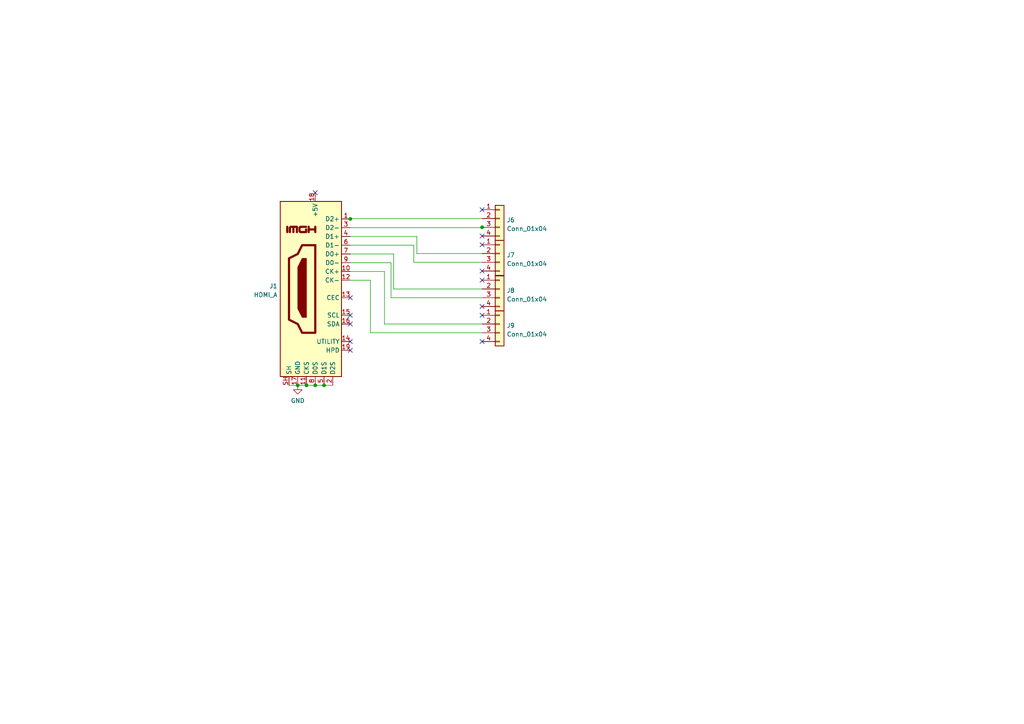
<source format=kicad_sch>
(kicad_sch (version 20211123) (generator eeschema)
  (paper "A4")
  (lib_symbols
    (symbol "Connector:HDMI_A"
      (property "Reference" "J" (at -6.35 26.67 0))
      (property "Value" "HDMI_A" (at 10.16 26.67 0))
      (symbol "HDMI_A_0_0"
        (polyline (pts (xy 8.128 16.51) (xy 8.128 18.034)) (stroke (width 0.635)))
        (polyline (pts (xy 0 16.51) (xy 0 18.034) (xy 0 17.272) (xy 1.905 17.272) (xy 1.905 18.034) (xy 1.905 16.51)) (stroke (width 0.635)))
        (polyline (pts (xy 2.667 18.034) (xy 4.318 18.034) (xy 4.572 17.78) (xy 4.572 16.764) (xy 4.318 16.51) (xy 2.667 16.51) (xy 2.667 17.272)) (stroke (width 0.635)))
      )
      (symbol "HDMI_A_0_1"
        (rectangle (start -7.62 25.4) (end 10.16 -25.4) (stroke (width 0.254)) (fill (type background)))
        (polyline (pts (xy 2.54 8.89) (xy 3.81 8.89) (xy 5.08 6.35) (xy 5.08 -5.715) (xy 3.81 -8.255) (xy 2.54 -8.255) (xy 2.54 8.89)) (fill (type outline)))
        (polyline (pts (xy 5.334 16.51) (xy 5.334 18.034) (xy 6.35 18.034) (xy 6.35 16.51) (xy 6.35 18.034) (xy 7.112 18.034) (xy 7.366 17.78) (xy 7.366 16.51)) (stroke (width 0.635)))
        (polyline (pts (xy 0 12.7) (xy 0 -12.7) (xy 3.81 -12.7) (xy 5.08 -10.16) (xy 7.62 -8.89) (xy 7.62 8.89) (xy 5.08 10.16) (xy 3.81 12.7) (xy 0 12.7)) (stroke (width 0.635)))
      )
      (symbol "HDMI_A_1_1"
        (pin passive line (at -10.16 20.32 0) (length 2.54) (name "D2+") (number "1"))
        (pin passive line (at -10.16 5.08 0) (length 2.54) (name "CK+") (number "10"))
        (pin power_in line (at 2.54 -27.94 90) (length 2.54) (name "CKS") (number "11"))
        (pin passive line (at -10.16 2.54 0) (length 2.54) (name "CK-") (number "12"))
        (pin bidirectional line (at -10.16 -2.54 0) (length 2.54) (name "CEC") (number "13"))
        (pin passive line (at -10.16 -15.24 0) (length 2.54) (name "UTILITY") (number "14"))
        (pin passive line (at -10.16 -7.62 0) (length 2.54) (name "SCL") (number "15"))
        (pin bidirectional line (at -10.16 -10.16 0) (length 2.54) (name "SDA") (number "16"))
        (pin power_in line (at 5.08 -27.94 90) (length 2.54) (name "GND") (number "17"))
        (pin power_in line (at 0 27.94 270) (length 2.54) (name "+5V") (number "18"))
        (pin passive line (at -10.16 -17.78 0) (length 2.54) (name "HPD") (number "19"))
        (pin power_in line (at -5.08 -27.94 90) (length 2.54) (name "D2S") (number "2"))
        (pin passive line (at -10.16 17.78 0) (length 2.54) (name "D2-") (number "3"))
        (pin passive line (at -10.16 15.24 0) (length 2.54) (name "D1+") (number "4"))
        (pin power_in line (at -2.54 -27.94 90) (length 2.54) (name "D1S") (number "5"))
        (pin passive line (at -10.16 12.7 0) (length 2.54) (name "D1-") (number "6"))
        (pin passive line (at -10.16 10.16 0) (length 2.54) (name "D0+") (number "7"))
        (pin power_in line (at 0 -27.94 90) (length 2.54) (name "D0S") (number "8"))
        (pin passive line (at -10.16 7.62 0) (length 2.54) (name "D0-") (number "9"))
        (pin passive line (at 7.62 -27.94 90) (length 2.54) (name "SH") (number "SH"))
      )
    )
    (symbol "Connector_Generic:Conn_01x04" (pin_names (offset 1.016) hide)
      (property "Reference" "J" (at 0 5.08 0))
      (property "Value" "Conn_01x04" (at 0 -7.62 0))
      (symbol "Conn_01x04_1_1"
        (rectangle (start -1.27 -4.953) (end 0 -5.207) (stroke (width 0.1524)))
        (rectangle (start -1.27 -2.413) (end 0 -2.667) (stroke (width 0.1524)))
        (rectangle (start -1.27 0.127) (end 0 -0.127) (stroke (width 0.1524)))
        (rectangle (start -1.27 2.667) (end 0 2.413) (stroke (width 0.1524)))
        (rectangle (start -1.27 3.81) (end 1.27 -6.35) (stroke (width 0.254)) (fill (type background)))
        (pin passive line (at -5.08 2.54 0) (length 3.81) (name "Pin_1") (number "1"))
        (pin passive line (at -5.08 0 0) (length 3.81) (name "Pin_2") (number "2"))
        (pin passive line (at -5.08 -2.54 0) (length 3.81) (name "Pin_3") (number "3"))
        (pin passive line (at -5.08 -5.08 0) (length 3.81) (name "Pin_4") (number "4"))
      )
    )
    (symbol "power:GND" (power) (pin_names (offset 0))
      (property "Value" "GND" (at 0 -3.81 0))
      (symbol "GND_0_1"
        (polyline (pts (xy 0 0) (xy 0 -1.27) (xy 1.27 -1.27) (xy 0 -2.54) (xy -1.27 -1.27) (xy 0 -1.27)))
      )
      (symbol "GND_1_1"
        (pin power_in line (at 0 0 270) (length 0) hide (name "GND") (number "1"))
      )
    )
  )
  (junction (at 101.6 63.5))
  (junction (at 139.827 65.913))
  (junction (at 91.44 111.76))
  (junction (at 88.9 111.76))
  (junction (at 93.98 111.76))
  (junction (at 86.36 111.76))
  (no_connect (at 101.6 101.6))
  (no_connect (at 91.44 55.88))
  (no_connect (at 139.827 81.28))
  (no_connect (at 139.827 78.613))
  (no_connect (at 139.827 70.993))
  (no_connect (at 139.827 68.453))
  (no_connect (at 139.827 60.833))
  (no_connect (at 139.827 99.06))
  (no_connect (at 139.827 91.44))
  (no_connect (at 139.827 88.9))
  (no_connect (at 101.6 93.98))
  (no_connect (at 101.6 86.36))
  (no_connect (at 101.6 91.44))
  (no_connect (at 101.6 99.06))
  (wire (pts (xy 120.015 76.073) (xy 139.827 76.073)))
  (wire (pts (xy 113.411 76.2) (xy 101.6 76.2)))
  (wire (pts (xy 120.904 73.533) (xy 120.904 68.58)))
  (wire (pts (xy 139.827 73.533) (xy 120.904 73.533)))
  (wire (pts (xy 111.506 93.98) (xy 139.827 93.98)))
  (wire (pts (xy 101.6 78.74) (xy 111.506 78.74)))
  (wire (pts (xy 101.6 73.66) (xy 114.173 73.66)))
  (wire (pts (xy 86.36 111.76) (xy 88.9 111.76)))
  (wire (pts (xy 101.6 63.373) (xy 101.6 63.5)))
  (wire (pts (xy 91.44 111.76) (xy 93.98 111.76)))
  (wire (pts (xy 107.442 96.52) (xy 107.442 81.28)))
  (wire (pts (xy 111.506 78.74) (xy 111.506 93.98)))
  (wire (pts (xy 101.6 66.04) (xy 139.827 66.04)))
  (wire (pts (xy 93.98 111.76) (xy 96.52 111.76)))
  (wire (pts (xy 139.827 96.52) (xy 107.442 96.52)))
  (wire (pts (xy 113.411 86.36) (xy 113.411 76.2)))
  (wire (pts (xy 114.173 73.66) (xy 114.173 83.82)))
  (wire (pts (xy 120.015 71.12) (xy 120.015 76.073)))
  (wire (pts (xy 139.827 66.04) (xy 139.827 65.913)))
  (wire (pts (xy 101.6 71.12) (xy 120.015 71.12)))
  (wire (pts (xy 107.442 81.28) (xy 101.6 81.28)))
  (wire (pts (xy 139.827 63.373) (xy 101.6 63.373)))
  (wire (pts (xy 139.827 86.36) (xy 113.411 86.36)))
  (wire (pts (xy 120.904 68.58) (xy 101.6 68.58)))
  (wire (pts (xy 83.82 111.76) (xy 86.36 111.76)))
  (wire (pts (xy 114.173 83.82) (xy 139.827 83.82)))
  (wire (pts (xy 88.9 111.76) (xy 91.44 111.76)))
  (symbol (lib_id "Connector_Generic:Conn_01x04") (at 144.907 83.82 0) (unit 1)
    (property "Reference" "J8" (at 146.939 84.2553 0) (effects (justify left)))
    (property "Value" "Conn_01x04" (at 146.939 86.7922 0) (effects (justify left)))
    (property "Footprint" "Connector_JST:JST_SH_SM04B-SRSS-TB_1x04-1MP_P1.00mm_Horizontal" (effects hide))
    (property "LCSC" "C371571" (effects hide))
  )
  (symbol (lib_id "power:GND") (at 86.36 111.76 0) (unit 1)
    (property "Reference" "#PWR0101" (effects hide))
    (property "Value" "GND" (at 86.36 116.2034 0))
  )
  (symbol (lib_id "Connector:HDMI_A") (at 91.44 83.82 0) (mirror y) (unit 1)
    (property "Reference" "J1" (at 80.5181 82.9853 0) (effects (justify left)))
    (property "Value" "HDMI_A" (at 80.5181 85.5222 0) (effects (justify left)))
    (property "Footprint" "0_21Pin_FootprintLib:HDMI-SMD_HDMI-019S" (effects hide))
    (property "Datasheet" "https://en.wikipedia.org/wiki/HDMI" (effects hide))
    (property "LCSC" "C111617" (effects hide))
  )
  (symbol (lib_id "Connector_Generic:Conn_01x04") (at 144.907 73.533 0) (unit 1)
    (property "Reference" "J7" (at 146.939 73.9683 0) (effects (justify left)))
    (property "Value" "Conn_01x04" (at 146.939 76.5052 0) (effects (justify left)))
    (property "Footprint" "Connector_JST:JST_SH_SM04B-SRSS-TB_1x04-1MP_P1.00mm_Horizontal" (effects hide))
    (property "LCSC" "C371571" (effects hide))
  )
  (symbol (lib_id "Connector_Generic:Conn_01x04") (at 144.907 93.98 0) (unit 1)
    (property "Reference" "J9" (at 146.939 94.4153 0) (effects (justify left)))
    (property "Value" "Conn_01x04" (at 146.939 96.9522 0) (effects (justify left)))
    (property "Footprint" "Connector_JST:JST_SH_SM04B-SRSS-TB_1x04-1MP_P1.00mm_Horizontal" (effects hide))
    (property "LCSC" "C371571" (effects hide))
  )
  (symbol (lib_id "Connector_Generic:Conn_01x04") (at 144.907 63.373 0) (unit 1)
    (property "Reference" "J6" (at 146.939 63.8083 0) (effects (justify left)))
    (property "Value" "Conn_01x04" (at 146.939 66.3452 0) (effects (justify left)))
    (property "Footprint" "Connector_JST:JST_SH_SM04B-SRSS-TB_1x04-1MP_P1.00mm_Horizontal" (effects hide))
    (property "LCSC" "C371571" (effects hide))
  )
)
</source>
